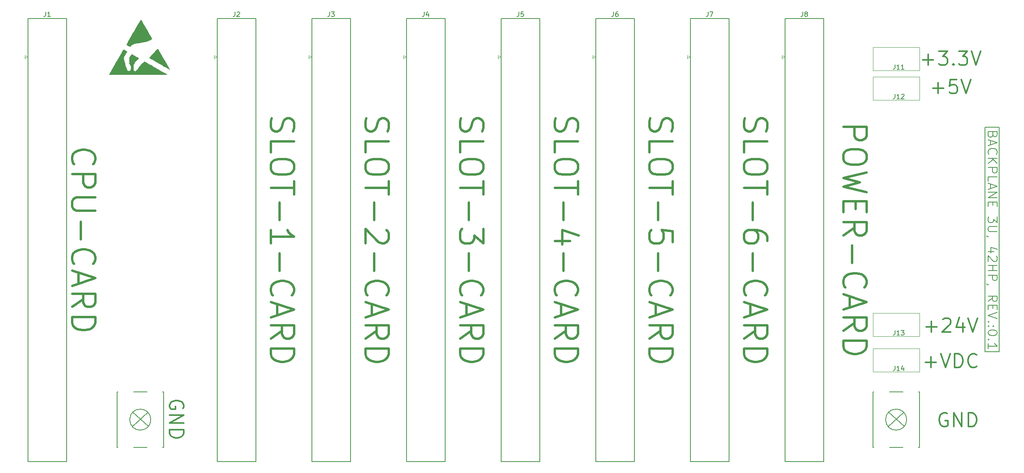
<source format=gbr>
G04 #@! TF.GenerationSoftware,KiCad,Pcbnew,(5.1.5)-3*
G04 #@! TF.CreationDate,2020-05-31T16:01:39+08:00*
G04 #@! TF.ProjectId,HEMAC_Backplane,48454d41-435f-4426-9163-6b706c616e65,rev?*
G04 #@! TF.SameCoordinates,Original*
G04 #@! TF.FileFunction,Legend,Top*
G04 #@! TF.FilePolarity,Positive*
%FSLAX46Y46*%
G04 Gerber Fmt 4.6, Leading zero omitted, Abs format (unit mm)*
G04 Created by KiCad (PCBNEW (5.1.5)-3) date 2020-05-31 16:01:39*
%MOMM*%
%LPD*%
G04 APERTURE LIST*
%ADD10C,0.500000*%
%ADD11C,0.200000*%
%ADD12C,0.300000*%
%ADD13C,0.010000*%
%ADD14C,0.120000*%
%ADD15C,0.150000*%
G04 APERTURE END LIST*
D10*
X113292190Y-73719523D02*
X113054095Y-74433809D01*
X113054095Y-75624285D01*
X113292190Y-76100476D01*
X113530285Y-76338571D01*
X114006476Y-76576666D01*
X114482666Y-76576666D01*
X114958857Y-76338571D01*
X115196952Y-76100476D01*
X115435047Y-75624285D01*
X115673142Y-74671904D01*
X115911238Y-74195714D01*
X116149333Y-73957619D01*
X116625523Y-73719523D01*
X117101714Y-73719523D01*
X117577904Y-73957619D01*
X117816000Y-74195714D01*
X118054095Y-74671904D01*
X118054095Y-75862380D01*
X117816000Y-76576666D01*
X113054095Y-81100476D02*
X113054095Y-78719523D01*
X118054095Y-78719523D01*
X118054095Y-83719523D02*
X118054095Y-84671904D01*
X117816000Y-85148095D01*
X117339809Y-85624285D01*
X116387428Y-85862380D01*
X114720761Y-85862380D01*
X113768380Y-85624285D01*
X113292190Y-85148095D01*
X113054095Y-84671904D01*
X113054095Y-83719523D01*
X113292190Y-83243333D01*
X113768380Y-82767142D01*
X114720761Y-82529047D01*
X116387428Y-82529047D01*
X117339809Y-82767142D01*
X117816000Y-83243333D01*
X118054095Y-83719523D01*
X118054095Y-87290952D02*
X118054095Y-90148095D01*
X113054095Y-88719523D02*
X118054095Y-88719523D01*
X114958857Y-91814761D02*
X114958857Y-95624285D01*
X117577904Y-97767142D02*
X117816000Y-98005238D01*
X118054095Y-98481428D01*
X118054095Y-99671904D01*
X117816000Y-100148095D01*
X117577904Y-100386190D01*
X117101714Y-100624285D01*
X116625523Y-100624285D01*
X115911238Y-100386190D01*
X113054095Y-97529047D01*
X113054095Y-100624285D01*
X114958857Y-102767142D02*
X114958857Y-106576666D01*
X113530285Y-111814761D02*
X113292190Y-111576666D01*
X113054095Y-110862380D01*
X113054095Y-110386190D01*
X113292190Y-109671904D01*
X113768380Y-109195714D01*
X114244571Y-108957619D01*
X115196952Y-108719523D01*
X115911238Y-108719523D01*
X116863619Y-108957619D01*
X117339809Y-109195714D01*
X117816000Y-109671904D01*
X118054095Y-110386190D01*
X118054095Y-110862380D01*
X117816000Y-111576666D01*
X117577904Y-111814761D01*
X114482666Y-113719523D02*
X114482666Y-116100476D01*
X113054095Y-113243333D02*
X118054095Y-114910000D01*
X113054095Y-116576666D01*
X113054095Y-121100476D02*
X115435047Y-119433809D01*
X113054095Y-118243333D02*
X118054095Y-118243333D01*
X118054095Y-120148095D01*
X117816000Y-120624285D01*
X117577904Y-120862380D01*
X117101714Y-121100476D01*
X116387428Y-121100476D01*
X115911238Y-120862380D01*
X115673142Y-120624285D01*
X115435047Y-120148095D01*
X115435047Y-118243333D01*
X113054095Y-123243333D02*
X118054095Y-123243333D01*
X118054095Y-124433809D01*
X117816000Y-125148095D01*
X117339809Y-125624285D01*
X116863619Y-125862380D01*
X115911238Y-126100476D01*
X115196952Y-126100476D01*
X114244571Y-125862380D01*
X113768380Y-125624285D01*
X113292190Y-125148095D01*
X113054095Y-124433809D01*
X113054095Y-123243333D01*
D11*
X246126000Y-123952000D02*
X249174000Y-123952000D01*
X246126000Y-75692000D02*
X246126000Y-123952000D01*
X249174000Y-75692000D02*
X246126000Y-75692000D01*
X249174000Y-123952000D02*
X249174000Y-75692000D01*
D12*
X234902857Y-67270285D02*
X237188571Y-67270285D01*
X236045714Y-68413142D02*
X236045714Y-66127428D01*
X240045714Y-65413142D02*
X238617142Y-65413142D01*
X238474285Y-66841714D01*
X238617142Y-66698857D01*
X238902857Y-66556000D01*
X239617142Y-66556000D01*
X239902857Y-66698857D01*
X240045714Y-66841714D01*
X240188571Y-67127428D01*
X240188571Y-67841714D01*
X240045714Y-68127428D01*
X239902857Y-68270285D01*
X239617142Y-68413142D01*
X238902857Y-68413142D01*
X238617142Y-68270285D01*
X238474285Y-68127428D01*
X241045714Y-65413142D02*
X242045714Y-68413142D01*
X243045714Y-65413142D01*
X232760000Y-61174285D02*
X235045714Y-61174285D01*
X233902857Y-62317142D02*
X233902857Y-60031428D01*
X236188571Y-59317142D02*
X238045714Y-59317142D01*
X237045714Y-60460000D01*
X237474285Y-60460000D01*
X237760000Y-60602857D01*
X237902857Y-60745714D01*
X238045714Y-61031428D01*
X238045714Y-61745714D01*
X237902857Y-62031428D01*
X237760000Y-62174285D01*
X237474285Y-62317142D01*
X236617142Y-62317142D01*
X236331428Y-62174285D01*
X236188571Y-62031428D01*
X239331428Y-62031428D02*
X239474285Y-62174285D01*
X239331428Y-62317142D01*
X239188571Y-62174285D01*
X239331428Y-62031428D01*
X239331428Y-62317142D01*
X240474285Y-59317142D02*
X242331428Y-59317142D01*
X241331428Y-60460000D01*
X241760000Y-60460000D01*
X242045714Y-60602857D01*
X242188571Y-60745714D01*
X242331428Y-61031428D01*
X242331428Y-61745714D01*
X242188571Y-62031428D01*
X242045714Y-62174285D01*
X241760000Y-62317142D01*
X240902857Y-62317142D01*
X240617142Y-62174285D01*
X240474285Y-62031428D01*
X243188571Y-59317142D02*
X244188571Y-62317142D01*
X245188571Y-59317142D01*
X233331428Y-126198285D02*
X235617142Y-126198285D01*
X234474285Y-127341142D02*
X234474285Y-125055428D01*
X236617142Y-124341142D02*
X237617142Y-127341142D01*
X238617142Y-124341142D01*
X239617142Y-127341142D02*
X239617142Y-124341142D01*
X240331428Y-124341142D01*
X240760000Y-124484000D01*
X241045714Y-124769714D01*
X241188571Y-125055428D01*
X241331428Y-125626857D01*
X241331428Y-126055428D01*
X241188571Y-126626857D01*
X241045714Y-126912571D01*
X240760000Y-127198285D01*
X240331428Y-127341142D01*
X239617142Y-127341142D01*
X244331428Y-127055428D02*
X244188571Y-127198285D01*
X243760000Y-127341142D01*
X243474285Y-127341142D01*
X243045714Y-127198285D01*
X242760000Y-126912571D01*
X242617142Y-126626857D01*
X242474285Y-126055428D01*
X242474285Y-125626857D01*
X242617142Y-125055428D01*
X242760000Y-124769714D01*
X243045714Y-124484000D01*
X243474285Y-124341142D01*
X243760000Y-124341142D01*
X244188571Y-124484000D01*
X244331428Y-124626857D01*
X233474285Y-118578285D02*
X235760000Y-118578285D01*
X234617142Y-119721142D02*
X234617142Y-117435428D01*
X237045714Y-117006857D02*
X237188571Y-116864000D01*
X237474285Y-116721142D01*
X238188571Y-116721142D01*
X238474285Y-116864000D01*
X238617142Y-117006857D01*
X238760000Y-117292571D01*
X238760000Y-117578285D01*
X238617142Y-118006857D01*
X236902857Y-119721142D01*
X238760000Y-119721142D01*
X241331428Y-117721142D02*
X241331428Y-119721142D01*
X240617142Y-116578285D02*
X239902857Y-118721142D01*
X241760000Y-118721142D01*
X242474285Y-116721142D02*
X243474285Y-119721142D01*
X244474285Y-116721142D01*
X237998285Y-137184000D02*
X237712571Y-137041142D01*
X237284000Y-137041142D01*
X236855428Y-137184000D01*
X236569714Y-137469714D01*
X236426857Y-137755428D01*
X236284000Y-138326857D01*
X236284000Y-138755428D01*
X236426857Y-139326857D01*
X236569714Y-139612571D01*
X236855428Y-139898285D01*
X237284000Y-140041142D01*
X237569714Y-140041142D01*
X237998285Y-139898285D01*
X238141142Y-139755428D01*
X238141142Y-138755428D01*
X237569714Y-138755428D01*
X239426857Y-140041142D02*
X239426857Y-137041142D01*
X241141142Y-140041142D01*
X241141142Y-137041142D01*
X242569714Y-140041142D02*
X242569714Y-137041142D01*
X243284000Y-137041142D01*
X243712571Y-137184000D01*
X243998285Y-137469714D01*
X244141142Y-137755428D01*
X244284000Y-138326857D01*
X244284000Y-138755428D01*
X244141142Y-139326857D01*
X243998285Y-139612571D01*
X243712571Y-139898285D01*
X243284000Y-140041142D01*
X242569714Y-140041142D01*
X73890000Y-136144285D02*
X74032857Y-135858571D01*
X74032857Y-135430000D01*
X73890000Y-135001428D01*
X73604285Y-134715714D01*
X73318571Y-134572857D01*
X72747142Y-134430000D01*
X72318571Y-134430000D01*
X71747142Y-134572857D01*
X71461428Y-134715714D01*
X71175714Y-135001428D01*
X71032857Y-135430000D01*
X71032857Y-135715714D01*
X71175714Y-136144285D01*
X71318571Y-136287142D01*
X72318571Y-136287142D01*
X72318571Y-135715714D01*
X71032857Y-137572857D02*
X74032857Y-137572857D01*
X71032857Y-139287142D01*
X74032857Y-139287142D01*
X71032857Y-140715714D02*
X74032857Y-140715714D01*
X74032857Y-141430000D01*
X73890000Y-141858571D01*
X73604285Y-142144285D01*
X73318571Y-142287142D01*
X72747142Y-142430000D01*
X72318571Y-142430000D01*
X71747142Y-142287142D01*
X71461428Y-142144285D01*
X71175714Y-141858571D01*
X71032857Y-141430000D01*
X71032857Y-140715714D01*
D11*
X247792857Y-77290952D02*
X247697619Y-77576666D01*
X247602380Y-77671904D01*
X247411904Y-77767142D01*
X247126190Y-77767142D01*
X246935714Y-77671904D01*
X246840476Y-77576666D01*
X246745238Y-77386190D01*
X246745238Y-76624285D01*
X248745238Y-76624285D01*
X248745238Y-77290952D01*
X248650000Y-77481428D01*
X248554761Y-77576666D01*
X248364285Y-77671904D01*
X248173809Y-77671904D01*
X247983333Y-77576666D01*
X247888095Y-77481428D01*
X247792857Y-77290952D01*
X247792857Y-76624285D01*
X247316666Y-78529047D02*
X247316666Y-79481428D01*
X246745238Y-78338571D02*
X248745238Y-79005238D01*
X246745238Y-79671904D01*
X246935714Y-81481428D02*
X246840476Y-81386190D01*
X246745238Y-81100476D01*
X246745238Y-80910000D01*
X246840476Y-80624285D01*
X247030952Y-80433809D01*
X247221428Y-80338571D01*
X247602380Y-80243333D01*
X247888095Y-80243333D01*
X248269047Y-80338571D01*
X248459523Y-80433809D01*
X248650000Y-80624285D01*
X248745238Y-80910000D01*
X248745238Y-81100476D01*
X248650000Y-81386190D01*
X248554761Y-81481428D01*
X246745238Y-82338571D02*
X248745238Y-82338571D01*
X246745238Y-83481428D02*
X247888095Y-82624285D01*
X248745238Y-83481428D02*
X247602380Y-82338571D01*
X246745238Y-84338571D02*
X248745238Y-84338571D01*
X248745238Y-85100476D01*
X248650000Y-85290952D01*
X248554761Y-85386190D01*
X248364285Y-85481428D01*
X248078571Y-85481428D01*
X247888095Y-85386190D01*
X247792857Y-85290952D01*
X247697619Y-85100476D01*
X247697619Y-84338571D01*
X246745238Y-87290952D02*
X246745238Y-86338571D01*
X248745238Y-86338571D01*
X247316666Y-87862380D02*
X247316666Y-88814761D01*
X246745238Y-87671904D02*
X248745238Y-88338571D01*
X246745238Y-89005238D01*
X246745238Y-89671904D02*
X248745238Y-89671904D01*
X246745238Y-90814761D01*
X248745238Y-90814761D01*
X247792857Y-91767142D02*
X247792857Y-92433809D01*
X246745238Y-92719523D02*
X246745238Y-91767142D01*
X248745238Y-91767142D01*
X248745238Y-92719523D01*
X248745238Y-94910000D02*
X248745238Y-96148095D01*
X247983333Y-95481428D01*
X247983333Y-95767142D01*
X247888095Y-95957619D01*
X247792857Y-96052857D01*
X247602380Y-96148095D01*
X247126190Y-96148095D01*
X246935714Y-96052857D01*
X246840476Y-95957619D01*
X246745238Y-95767142D01*
X246745238Y-95195714D01*
X246840476Y-95005238D01*
X246935714Y-94910000D01*
X248745238Y-97005238D02*
X247126190Y-97005238D01*
X246935714Y-97100476D01*
X246840476Y-97195714D01*
X246745238Y-97386190D01*
X246745238Y-97767142D01*
X246840476Y-97957619D01*
X246935714Y-98052857D01*
X247126190Y-98148095D01*
X248745238Y-98148095D01*
X246840476Y-99195714D02*
X246745238Y-99195714D01*
X246554761Y-99100476D01*
X246459523Y-99005238D01*
X248078571Y-102433809D02*
X246745238Y-102433809D01*
X248840476Y-101957619D02*
X247411904Y-101481428D01*
X247411904Y-102719523D01*
X248554761Y-103386190D02*
X248650000Y-103481428D01*
X248745238Y-103671904D01*
X248745238Y-104148095D01*
X248650000Y-104338571D01*
X248554761Y-104433809D01*
X248364285Y-104529047D01*
X248173809Y-104529047D01*
X247888095Y-104433809D01*
X246745238Y-103290952D01*
X246745238Y-104529047D01*
X246745238Y-105386190D02*
X248745238Y-105386190D01*
X247792857Y-105386190D02*
X247792857Y-106529047D01*
X246745238Y-106529047D02*
X248745238Y-106529047D01*
X246745238Y-107481428D02*
X248745238Y-107481428D01*
X248745238Y-108243333D01*
X248650000Y-108433809D01*
X248554761Y-108529047D01*
X248364285Y-108624285D01*
X248078571Y-108624285D01*
X247888095Y-108529047D01*
X247792857Y-108433809D01*
X247697619Y-108243333D01*
X247697619Y-107481428D01*
X246840476Y-109576666D02*
X246745238Y-109576666D01*
X246554761Y-109481428D01*
X246459523Y-109386190D01*
X246745238Y-113100476D02*
X247697619Y-112433809D01*
X246745238Y-111957619D02*
X248745238Y-111957619D01*
X248745238Y-112719523D01*
X248650000Y-112910000D01*
X248554761Y-113005238D01*
X248364285Y-113100476D01*
X248078571Y-113100476D01*
X247888095Y-113005238D01*
X247792857Y-112910000D01*
X247697619Y-112719523D01*
X247697619Y-111957619D01*
X247792857Y-113957619D02*
X247792857Y-114624285D01*
X246745238Y-114910000D02*
X246745238Y-113957619D01*
X248745238Y-113957619D01*
X248745238Y-114910000D01*
X248745238Y-115481428D02*
X246745238Y-116148095D01*
X248745238Y-116814761D01*
X246935714Y-117481428D02*
X246840476Y-117576666D01*
X246745238Y-117481428D01*
X246840476Y-117386190D01*
X246935714Y-117481428D01*
X246745238Y-117481428D01*
X246935714Y-118433809D02*
X246840476Y-118529047D01*
X246745238Y-118433809D01*
X246840476Y-118338571D01*
X246935714Y-118433809D01*
X246745238Y-118433809D01*
X247983333Y-118433809D02*
X247888095Y-118529047D01*
X247792857Y-118433809D01*
X247888095Y-118338571D01*
X247983333Y-118433809D01*
X247792857Y-118433809D01*
X248745238Y-119767142D02*
X248745238Y-119957619D01*
X248650000Y-120148095D01*
X248554761Y-120243333D01*
X248364285Y-120338571D01*
X247983333Y-120433809D01*
X247507142Y-120433809D01*
X247126190Y-120338571D01*
X246935714Y-120243333D01*
X246840476Y-120148095D01*
X246745238Y-119957619D01*
X246745238Y-119767142D01*
X246840476Y-119576666D01*
X246935714Y-119481428D01*
X247126190Y-119386190D01*
X247507142Y-119290952D01*
X247983333Y-119290952D01*
X248364285Y-119386190D01*
X248554761Y-119481428D01*
X248650000Y-119576666D01*
X248745238Y-119767142D01*
X246935714Y-121290952D02*
X246840476Y-121386190D01*
X246745238Y-121290952D01*
X246840476Y-121195714D01*
X246935714Y-121290952D01*
X246745238Y-121290952D01*
X246745238Y-123290952D02*
X246745238Y-122148095D01*
X246745238Y-122719523D02*
X248745238Y-122719523D01*
X248459523Y-122529047D01*
X248269047Y-122338571D01*
X248173809Y-122148095D01*
D10*
X194572190Y-73719523D02*
X194334095Y-74433809D01*
X194334095Y-75624285D01*
X194572190Y-76100476D01*
X194810285Y-76338571D01*
X195286476Y-76576666D01*
X195762666Y-76576666D01*
X196238857Y-76338571D01*
X196476952Y-76100476D01*
X196715047Y-75624285D01*
X196953142Y-74671904D01*
X197191238Y-74195714D01*
X197429333Y-73957619D01*
X197905523Y-73719523D01*
X198381714Y-73719523D01*
X198857904Y-73957619D01*
X199096000Y-74195714D01*
X199334095Y-74671904D01*
X199334095Y-75862380D01*
X199096000Y-76576666D01*
X194334095Y-81100476D02*
X194334095Y-78719523D01*
X199334095Y-78719523D01*
X199334095Y-83719523D02*
X199334095Y-84671904D01*
X199096000Y-85148095D01*
X198619809Y-85624285D01*
X197667428Y-85862380D01*
X196000761Y-85862380D01*
X195048380Y-85624285D01*
X194572190Y-85148095D01*
X194334095Y-84671904D01*
X194334095Y-83719523D01*
X194572190Y-83243333D01*
X195048380Y-82767142D01*
X196000761Y-82529047D01*
X197667428Y-82529047D01*
X198619809Y-82767142D01*
X199096000Y-83243333D01*
X199334095Y-83719523D01*
X199334095Y-87290952D02*
X199334095Y-90148095D01*
X194334095Y-88719523D02*
X199334095Y-88719523D01*
X196238857Y-91814761D02*
X196238857Y-95624285D01*
X199334095Y-100148095D02*
X199334095Y-99195714D01*
X199096000Y-98719523D01*
X198857904Y-98481428D01*
X198143619Y-98005238D01*
X197191238Y-97767142D01*
X195286476Y-97767142D01*
X194810285Y-98005238D01*
X194572190Y-98243333D01*
X194334095Y-98719523D01*
X194334095Y-99671904D01*
X194572190Y-100148095D01*
X194810285Y-100386190D01*
X195286476Y-100624285D01*
X196476952Y-100624285D01*
X196953142Y-100386190D01*
X197191238Y-100148095D01*
X197429333Y-99671904D01*
X197429333Y-98719523D01*
X197191238Y-98243333D01*
X196953142Y-98005238D01*
X196476952Y-97767142D01*
X196238857Y-102767142D02*
X196238857Y-106576666D01*
X194810285Y-111814761D02*
X194572190Y-111576666D01*
X194334095Y-110862380D01*
X194334095Y-110386190D01*
X194572190Y-109671904D01*
X195048380Y-109195714D01*
X195524571Y-108957619D01*
X196476952Y-108719523D01*
X197191238Y-108719523D01*
X198143619Y-108957619D01*
X198619809Y-109195714D01*
X199096000Y-109671904D01*
X199334095Y-110386190D01*
X199334095Y-110862380D01*
X199096000Y-111576666D01*
X198857904Y-111814761D01*
X195762666Y-113719523D02*
X195762666Y-116100476D01*
X194334095Y-113243333D02*
X199334095Y-114910000D01*
X194334095Y-116576666D01*
X194334095Y-121100476D02*
X196715047Y-119433809D01*
X194334095Y-118243333D02*
X199334095Y-118243333D01*
X199334095Y-120148095D01*
X199096000Y-120624285D01*
X198857904Y-120862380D01*
X198381714Y-121100476D01*
X197667428Y-121100476D01*
X197191238Y-120862380D01*
X196953142Y-120624285D01*
X196715047Y-120148095D01*
X196715047Y-118243333D01*
X194334095Y-123243333D02*
X199334095Y-123243333D01*
X199334095Y-124433809D01*
X199096000Y-125148095D01*
X198619809Y-125624285D01*
X198143619Y-125862380D01*
X197191238Y-126100476D01*
X196476952Y-126100476D01*
X195524571Y-125862380D01*
X195048380Y-125624285D01*
X194572190Y-125148095D01*
X194334095Y-124433809D01*
X194334095Y-123243333D01*
X174252190Y-73719523D02*
X174014095Y-74433809D01*
X174014095Y-75624285D01*
X174252190Y-76100476D01*
X174490285Y-76338571D01*
X174966476Y-76576666D01*
X175442666Y-76576666D01*
X175918857Y-76338571D01*
X176156952Y-76100476D01*
X176395047Y-75624285D01*
X176633142Y-74671904D01*
X176871238Y-74195714D01*
X177109333Y-73957619D01*
X177585523Y-73719523D01*
X178061714Y-73719523D01*
X178537904Y-73957619D01*
X178776000Y-74195714D01*
X179014095Y-74671904D01*
X179014095Y-75862380D01*
X178776000Y-76576666D01*
X174014095Y-81100476D02*
X174014095Y-78719523D01*
X179014095Y-78719523D01*
X179014095Y-83719523D02*
X179014095Y-84671904D01*
X178776000Y-85148095D01*
X178299809Y-85624285D01*
X177347428Y-85862380D01*
X175680761Y-85862380D01*
X174728380Y-85624285D01*
X174252190Y-85148095D01*
X174014095Y-84671904D01*
X174014095Y-83719523D01*
X174252190Y-83243333D01*
X174728380Y-82767142D01*
X175680761Y-82529047D01*
X177347428Y-82529047D01*
X178299809Y-82767142D01*
X178776000Y-83243333D01*
X179014095Y-83719523D01*
X179014095Y-87290952D02*
X179014095Y-90148095D01*
X174014095Y-88719523D02*
X179014095Y-88719523D01*
X175918857Y-91814761D02*
X175918857Y-95624285D01*
X179014095Y-100386190D02*
X179014095Y-98005238D01*
X176633142Y-97767142D01*
X176871238Y-98005238D01*
X177109333Y-98481428D01*
X177109333Y-99671904D01*
X176871238Y-100148095D01*
X176633142Y-100386190D01*
X176156952Y-100624285D01*
X174966476Y-100624285D01*
X174490285Y-100386190D01*
X174252190Y-100148095D01*
X174014095Y-99671904D01*
X174014095Y-98481428D01*
X174252190Y-98005238D01*
X174490285Y-97767142D01*
X175918857Y-102767142D02*
X175918857Y-106576666D01*
X174490285Y-111814761D02*
X174252190Y-111576666D01*
X174014095Y-110862380D01*
X174014095Y-110386190D01*
X174252190Y-109671904D01*
X174728380Y-109195714D01*
X175204571Y-108957619D01*
X176156952Y-108719523D01*
X176871238Y-108719523D01*
X177823619Y-108957619D01*
X178299809Y-109195714D01*
X178776000Y-109671904D01*
X179014095Y-110386190D01*
X179014095Y-110862380D01*
X178776000Y-111576666D01*
X178537904Y-111814761D01*
X175442666Y-113719523D02*
X175442666Y-116100476D01*
X174014095Y-113243333D02*
X179014095Y-114910000D01*
X174014095Y-116576666D01*
X174014095Y-121100476D02*
X176395047Y-119433809D01*
X174014095Y-118243333D02*
X179014095Y-118243333D01*
X179014095Y-120148095D01*
X178776000Y-120624285D01*
X178537904Y-120862380D01*
X178061714Y-121100476D01*
X177347428Y-121100476D01*
X176871238Y-120862380D01*
X176633142Y-120624285D01*
X176395047Y-120148095D01*
X176395047Y-118243333D01*
X174014095Y-123243333D02*
X179014095Y-123243333D01*
X179014095Y-124433809D01*
X178776000Y-125148095D01*
X178299809Y-125624285D01*
X177823619Y-125862380D01*
X176871238Y-126100476D01*
X176156952Y-126100476D01*
X175204571Y-125862380D01*
X174728380Y-125624285D01*
X174252190Y-125148095D01*
X174014095Y-124433809D01*
X174014095Y-123243333D01*
X153932190Y-73719523D02*
X153694095Y-74433809D01*
X153694095Y-75624285D01*
X153932190Y-76100476D01*
X154170285Y-76338571D01*
X154646476Y-76576666D01*
X155122666Y-76576666D01*
X155598857Y-76338571D01*
X155836952Y-76100476D01*
X156075047Y-75624285D01*
X156313142Y-74671904D01*
X156551238Y-74195714D01*
X156789333Y-73957619D01*
X157265523Y-73719523D01*
X157741714Y-73719523D01*
X158217904Y-73957619D01*
X158456000Y-74195714D01*
X158694095Y-74671904D01*
X158694095Y-75862380D01*
X158456000Y-76576666D01*
X153694095Y-81100476D02*
X153694095Y-78719523D01*
X158694095Y-78719523D01*
X158694095Y-83719523D02*
X158694095Y-84671904D01*
X158456000Y-85148095D01*
X157979809Y-85624285D01*
X157027428Y-85862380D01*
X155360761Y-85862380D01*
X154408380Y-85624285D01*
X153932190Y-85148095D01*
X153694095Y-84671904D01*
X153694095Y-83719523D01*
X153932190Y-83243333D01*
X154408380Y-82767142D01*
X155360761Y-82529047D01*
X157027428Y-82529047D01*
X157979809Y-82767142D01*
X158456000Y-83243333D01*
X158694095Y-83719523D01*
X158694095Y-87290952D02*
X158694095Y-90148095D01*
X153694095Y-88719523D02*
X158694095Y-88719523D01*
X155598857Y-91814761D02*
X155598857Y-95624285D01*
X157027428Y-100148095D02*
X153694095Y-100148095D01*
X158932190Y-98957619D02*
X155360761Y-97767142D01*
X155360761Y-100862380D01*
X155598857Y-102767142D02*
X155598857Y-106576666D01*
X154170285Y-111814761D02*
X153932190Y-111576666D01*
X153694095Y-110862380D01*
X153694095Y-110386190D01*
X153932190Y-109671904D01*
X154408380Y-109195714D01*
X154884571Y-108957619D01*
X155836952Y-108719523D01*
X156551238Y-108719523D01*
X157503619Y-108957619D01*
X157979809Y-109195714D01*
X158456000Y-109671904D01*
X158694095Y-110386190D01*
X158694095Y-110862380D01*
X158456000Y-111576666D01*
X158217904Y-111814761D01*
X155122666Y-113719523D02*
X155122666Y-116100476D01*
X153694095Y-113243333D02*
X158694095Y-114910000D01*
X153694095Y-116576666D01*
X153694095Y-121100476D02*
X156075047Y-119433809D01*
X153694095Y-118243333D02*
X158694095Y-118243333D01*
X158694095Y-120148095D01*
X158456000Y-120624285D01*
X158217904Y-120862380D01*
X157741714Y-121100476D01*
X157027428Y-121100476D01*
X156551238Y-120862380D01*
X156313142Y-120624285D01*
X156075047Y-120148095D01*
X156075047Y-118243333D01*
X153694095Y-123243333D02*
X158694095Y-123243333D01*
X158694095Y-124433809D01*
X158456000Y-125148095D01*
X157979809Y-125624285D01*
X157503619Y-125862380D01*
X156551238Y-126100476D01*
X155836952Y-126100476D01*
X154884571Y-125862380D01*
X154408380Y-125624285D01*
X153932190Y-125148095D01*
X153694095Y-124433809D01*
X153694095Y-123243333D01*
X133612190Y-73719523D02*
X133374095Y-74433809D01*
X133374095Y-75624285D01*
X133612190Y-76100476D01*
X133850285Y-76338571D01*
X134326476Y-76576666D01*
X134802666Y-76576666D01*
X135278857Y-76338571D01*
X135516952Y-76100476D01*
X135755047Y-75624285D01*
X135993142Y-74671904D01*
X136231238Y-74195714D01*
X136469333Y-73957619D01*
X136945523Y-73719523D01*
X137421714Y-73719523D01*
X137897904Y-73957619D01*
X138136000Y-74195714D01*
X138374095Y-74671904D01*
X138374095Y-75862380D01*
X138136000Y-76576666D01*
X133374095Y-81100476D02*
X133374095Y-78719523D01*
X138374095Y-78719523D01*
X138374095Y-83719523D02*
X138374095Y-84671904D01*
X138136000Y-85148095D01*
X137659809Y-85624285D01*
X136707428Y-85862380D01*
X135040761Y-85862380D01*
X134088380Y-85624285D01*
X133612190Y-85148095D01*
X133374095Y-84671904D01*
X133374095Y-83719523D01*
X133612190Y-83243333D01*
X134088380Y-82767142D01*
X135040761Y-82529047D01*
X136707428Y-82529047D01*
X137659809Y-82767142D01*
X138136000Y-83243333D01*
X138374095Y-83719523D01*
X138374095Y-87290952D02*
X138374095Y-90148095D01*
X133374095Y-88719523D02*
X138374095Y-88719523D01*
X135278857Y-91814761D02*
X135278857Y-95624285D01*
X138374095Y-97529047D02*
X138374095Y-100624285D01*
X136469333Y-98957619D01*
X136469333Y-99671904D01*
X136231238Y-100148095D01*
X135993142Y-100386190D01*
X135516952Y-100624285D01*
X134326476Y-100624285D01*
X133850285Y-100386190D01*
X133612190Y-100148095D01*
X133374095Y-99671904D01*
X133374095Y-98243333D01*
X133612190Y-97767142D01*
X133850285Y-97529047D01*
X135278857Y-102767142D02*
X135278857Y-106576666D01*
X133850285Y-111814761D02*
X133612190Y-111576666D01*
X133374095Y-110862380D01*
X133374095Y-110386190D01*
X133612190Y-109671904D01*
X134088380Y-109195714D01*
X134564571Y-108957619D01*
X135516952Y-108719523D01*
X136231238Y-108719523D01*
X137183619Y-108957619D01*
X137659809Y-109195714D01*
X138136000Y-109671904D01*
X138374095Y-110386190D01*
X138374095Y-110862380D01*
X138136000Y-111576666D01*
X137897904Y-111814761D01*
X134802666Y-113719523D02*
X134802666Y-116100476D01*
X133374095Y-113243333D02*
X138374095Y-114910000D01*
X133374095Y-116576666D01*
X133374095Y-121100476D02*
X135755047Y-119433809D01*
X133374095Y-118243333D02*
X138374095Y-118243333D01*
X138374095Y-120148095D01*
X138136000Y-120624285D01*
X137897904Y-120862380D01*
X137421714Y-121100476D01*
X136707428Y-121100476D01*
X136231238Y-120862380D01*
X135993142Y-120624285D01*
X135755047Y-120148095D01*
X135755047Y-118243333D01*
X133374095Y-123243333D02*
X138374095Y-123243333D01*
X138374095Y-124433809D01*
X138136000Y-125148095D01*
X137659809Y-125624285D01*
X137183619Y-125862380D01*
X136231238Y-126100476D01*
X135516952Y-126100476D01*
X134564571Y-125862380D01*
X134088380Y-125624285D01*
X133612190Y-125148095D01*
X133374095Y-124433809D01*
X133374095Y-123243333D01*
X92972190Y-73719523D02*
X92734095Y-74433809D01*
X92734095Y-75624285D01*
X92972190Y-76100476D01*
X93210285Y-76338571D01*
X93686476Y-76576666D01*
X94162666Y-76576666D01*
X94638857Y-76338571D01*
X94876952Y-76100476D01*
X95115047Y-75624285D01*
X95353142Y-74671904D01*
X95591238Y-74195714D01*
X95829333Y-73957619D01*
X96305523Y-73719523D01*
X96781714Y-73719523D01*
X97257904Y-73957619D01*
X97496000Y-74195714D01*
X97734095Y-74671904D01*
X97734095Y-75862380D01*
X97496000Y-76576666D01*
X92734095Y-81100476D02*
X92734095Y-78719523D01*
X97734095Y-78719523D01*
X97734095Y-83719523D02*
X97734095Y-84671904D01*
X97496000Y-85148095D01*
X97019809Y-85624285D01*
X96067428Y-85862380D01*
X94400761Y-85862380D01*
X93448380Y-85624285D01*
X92972190Y-85148095D01*
X92734095Y-84671904D01*
X92734095Y-83719523D01*
X92972190Y-83243333D01*
X93448380Y-82767142D01*
X94400761Y-82529047D01*
X96067428Y-82529047D01*
X97019809Y-82767142D01*
X97496000Y-83243333D01*
X97734095Y-83719523D01*
X97734095Y-87290952D02*
X97734095Y-90148095D01*
X92734095Y-88719523D02*
X97734095Y-88719523D01*
X94638857Y-91814761D02*
X94638857Y-95624285D01*
X92734095Y-100624285D02*
X92734095Y-97767142D01*
X92734095Y-99195714D02*
X97734095Y-99195714D01*
X97019809Y-98719523D01*
X96543619Y-98243333D01*
X96305523Y-97767142D01*
X94638857Y-102767142D02*
X94638857Y-106576666D01*
X93210285Y-111814761D02*
X92972190Y-111576666D01*
X92734095Y-110862380D01*
X92734095Y-110386190D01*
X92972190Y-109671904D01*
X93448380Y-109195714D01*
X93924571Y-108957619D01*
X94876952Y-108719523D01*
X95591238Y-108719523D01*
X96543619Y-108957619D01*
X97019809Y-109195714D01*
X97496000Y-109671904D01*
X97734095Y-110386190D01*
X97734095Y-110862380D01*
X97496000Y-111576666D01*
X97257904Y-111814761D01*
X94162666Y-113719523D02*
X94162666Y-116100476D01*
X92734095Y-113243333D02*
X97734095Y-114910000D01*
X92734095Y-116576666D01*
X92734095Y-121100476D02*
X95115047Y-119433809D01*
X92734095Y-118243333D02*
X97734095Y-118243333D01*
X97734095Y-120148095D01*
X97496000Y-120624285D01*
X97257904Y-120862380D01*
X96781714Y-121100476D01*
X96067428Y-121100476D01*
X95591238Y-120862380D01*
X95353142Y-120624285D01*
X95115047Y-120148095D01*
X95115047Y-118243333D01*
X92734095Y-123243333D02*
X97734095Y-123243333D01*
X97734095Y-124433809D01*
X97496000Y-125148095D01*
X97019809Y-125624285D01*
X96543619Y-125862380D01*
X95591238Y-126100476D01*
X94876952Y-126100476D01*
X93924571Y-125862380D01*
X93448380Y-125624285D01*
X92972190Y-125148095D01*
X92734095Y-124433809D01*
X92734095Y-123243333D01*
X215670095Y-75624285D02*
X220670095Y-75624285D01*
X220670095Y-77529047D01*
X220432000Y-78005238D01*
X220193904Y-78243333D01*
X219717714Y-78481428D01*
X219003428Y-78481428D01*
X218527238Y-78243333D01*
X218289142Y-78005238D01*
X218051047Y-77529047D01*
X218051047Y-75624285D01*
X220670095Y-81576666D02*
X220670095Y-82529047D01*
X220432000Y-83005238D01*
X219955809Y-83481428D01*
X219003428Y-83719523D01*
X217336761Y-83719523D01*
X216384380Y-83481428D01*
X215908190Y-83005238D01*
X215670095Y-82529047D01*
X215670095Y-81576666D01*
X215908190Y-81100476D01*
X216384380Y-80624285D01*
X217336761Y-80386190D01*
X219003428Y-80386190D01*
X219955809Y-80624285D01*
X220432000Y-81100476D01*
X220670095Y-81576666D01*
X220670095Y-85386190D02*
X215670095Y-86576666D01*
X219241523Y-87529047D01*
X215670095Y-88481428D01*
X220670095Y-89671904D01*
X218289142Y-91576666D02*
X218289142Y-93243333D01*
X215670095Y-93957619D02*
X215670095Y-91576666D01*
X220670095Y-91576666D01*
X220670095Y-93957619D01*
X215670095Y-98957619D02*
X218051047Y-97290952D01*
X215670095Y-96100476D02*
X220670095Y-96100476D01*
X220670095Y-98005238D01*
X220432000Y-98481428D01*
X220193904Y-98719523D01*
X219717714Y-98957619D01*
X219003428Y-98957619D01*
X218527238Y-98719523D01*
X218289142Y-98481428D01*
X218051047Y-98005238D01*
X218051047Y-96100476D01*
X217574857Y-101100476D02*
X217574857Y-104910000D01*
X216146285Y-110148095D02*
X215908190Y-109910000D01*
X215670095Y-109195714D01*
X215670095Y-108719523D01*
X215908190Y-108005238D01*
X216384380Y-107529047D01*
X216860571Y-107290952D01*
X217812952Y-107052857D01*
X218527238Y-107052857D01*
X219479619Y-107290952D01*
X219955809Y-107529047D01*
X220432000Y-108005238D01*
X220670095Y-108719523D01*
X220670095Y-109195714D01*
X220432000Y-109910000D01*
X220193904Y-110148095D01*
X217098666Y-112052857D02*
X217098666Y-114433809D01*
X215670095Y-111576666D02*
X220670095Y-113243333D01*
X215670095Y-114910000D01*
X215670095Y-119433809D02*
X218051047Y-117767142D01*
X215670095Y-116576666D02*
X220670095Y-116576666D01*
X220670095Y-118481428D01*
X220432000Y-118957619D01*
X220193904Y-119195714D01*
X219717714Y-119433809D01*
X219003428Y-119433809D01*
X218527238Y-119195714D01*
X218289142Y-118957619D01*
X218051047Y-118481428D01*
X218051047Y-116576666D01*
X215670095Y-121576666D02*
X220670095Y-121576666D01*
X220670095Y-122767142D01*
X220432000Y-123481428D01*
X219955809Y-123957619D01*
X219479619Y-124195714D01*
X218527238Y-124433809D01*
X217812952Y-124433809D01*
X216860571Y-124195714D01*
X216384380Y-123957619D01*
X215908190Y-123481428D01*
X215670095Y-122767142D01*
X215670095Y-121576666D01*
X50538285Y-83600476D02*
X50300190Y-83362380D01*
X50062095Y-82648095D01*
X50062095Y-82171904D01*
X50300190Y-81457619D01*
X50776380Y-80981428D01*
X51252571Y-80743333D01*
X52204952Y-80505238D01*
X52919238Y-80505238D01*
X53871619Y-80743333D01*
X54347809Y-80981428D01*
X54824000Y-81457619D01*
X55062095Y-82171904D01*
X55062095Y-82648095D01*
X54824000Y-83362380D01*
X54585904Y-83600476D01*
X50062095Y-85743333D02*
X55062095Y-85743333D01*
X55062095Y-87648095D01*
X54824000Y-88124285D01*
X54585904Y-88362380D01*
X54109714Y-88600476D01*
X53395428Y-88600476D01*
X52919238Y-88362380D01*
X52681142Y-88124285D01*
X52443047Y-87648095D01*
X52443047Y-85743333D01*
X55062095Y-90743333D02*
X51014476Y-90743333D01*
X50538285Y-90981428D01*
X50300190Y-91219523D01*
X50062095Y-91695714D01*
X50062095Y-92648095D01*
X50300190Y-93124285D01*
X50538285Y-93362380D01*
X51014476Y-93600476D01*
X55062095Y-93600476D01*
X51966857Y-95981428D02*
X51966857Y-99790952D01*
X50538285Y-105029047D02*
X50300190Y-104790952D01*
X50062095Y-104076666D01*
X50062095Y-103600476D01*
X50300190Y-102886190D01*
X50776380Y-102410000D01*
X51252571Y-102171904D01*
X52204952Y-101933809D01*
X52919238Y-101933809D01*
X53871619Y-102171904D01*
X54347809Y-102410000D01*
X54824000Y-102886190D01*
X55062095Y-103600476D01*
X55062095Y-104076666D01*
X54824000Y-104790952D01*
X54585904Y-105029047D01*
X51490666Y-106933809D02*
X51490666Y-109314761D01*
X50062095Y-106457619D02*
X55062095Y-108124285D01*
X50062095Y-109790952D01*
X50062095Y-114314761D02*
X52443047Y-112648095D01*
X50062095Y-111457619D02*
X55062095Y-111457619D01*
X55062095Y-113362380D01*
X54824000Y-113838571D01*
X54585904Y-114076666D01*
X54109714Y-114314761D01*
X53395428Y-114314761D01*
X52919238Y-114076666D01*
X52681142Y-113838571D01*
X52443047Y-113362380D01*
X52443047Y-111457619D01*
X50062095Y-116457619D02*
X55062095Y-116457619D01*
X55062095Y-117648095D01*
X54824000Y-118362380D01*
X54347809Y-118838571D01*
X53871619Y-119076666D01*
X52919238Y-119314761D01*
X52204952Y-119314761D01*
X51252571Y-119076666D01*
X50776380Y-118838571D01*
X50300190Y-118362380D01*
X50062095Y-117648095D01*
X50062095Y-116457619D01*
D13*
G36*
X64844085Y-52591671D02*
G01*
X64890129Y-52666491D01*
X64961067Y-52785028D01*
X65053991Y-52942237D01*
X65165992Y-53133076D01*
X65294162Y-53352501D01*
X65435592Y-53595469D01*
X65587373Y-53856937D01*
X65746597Y-54131860D01*
X65910356Y-54415197D01*
X66075740Y-54701902D01*
X66239842Y-54986934D01*
X66399752Y-55265248D01*
X66552562Y-55531802D01*
X66695363Y-55781552D01*
X66825247Y-56009455D01*
X66939305Y-56210466D01*
X67034629Y-56379544D01*
X67108310Y-56511645D01*
X67157439Y-56601724D01*
X67179108Y-56644740D01*
X67179902Y-56647429D01*
X67153002Y-56683930D01*
X67078227Y-56739764D01*
X66964470Y-56809450D01*
X66820623Y-56887509D01*
X66670029Y-56961687D01*
X66465119Y-57051635D01*
X66249633Y-57132453D01*
X66016146Y-57205938D01*
X65757236Y-57273884D01*
X65465479Y-57338088D01*
X65133451Y-57400346D01*
X64753731Y-57462454D01*
X64360937Y-57520290D01*
X64019668Y-57571600D01*
X63733090Y-57622397D01*
X63494015Y-57675204D01*
X63295259Y-57732546D01*
X63129635Y-57796947D01*
X62989956Y-57870931D01*
X62869036Y-57957024D01*
X62759689Y-58057750D01*
X62724428Y-58095167D01*
X62648000Y-58182279D01*
X62591463Y-58253364D01*
X62565235Y-58295167D01*
X62564536Y-58298594D01*
X62555360Y-58319612D01*
X62523515Y-58319849D01*
X62462531Y-58296509D01*
X62365935Y-58246793D01*
X62227254Y-58167905D01*
X62130878Y-58111175D01*
X61987166Y-58022494D01*
X61875483Y-57946559D01*
X61803334Y-57888832D01*
X61778226Y-57854776D01*
X61778241Y-57854529D01*
X61793811Y-57822075D01*
X61837783Y-57740800D01*
X61907605Y-57615134D01*
X62000725Y-57449505D01*
X62114589Y-57248344D01*
X62246646Y-57016080D01*
X62394343Y-56757143D01*
X62555128Y-56475961D01*
X62726448Y-56176965D01*
X62905751Y-55864584D01*
X63090485Y-55543248D01*
X63278098Y-55217386D01*
X63466036Y-54891427D01*
X63651747Y-54569801D01*
X63832680Y-54256937D01*
X64006281Y-53957266D01*
X64169999Y-53675216D01*
X64321281Y-53415218D01*
X64457574Y-53181699D01*
X64576326Y-52979091D01*
X64674985Y-52811823D01*
X64750999Y-52684324D01*
X64801814Y-52601023D01*
X64824879Y-52566350D01*
X64825845Y-52565610D01*
X64844085Y-52591671D01*
G37*
X64844085Y-52591671D02*
X64890129Y-52666491D01*
X64961067Y-52785028D01*
X65053991Y-52942237D01*
X65165992Y-53133076D01*
X65294162Y-53352501D01*
X65435592Y-53595469D01*
X65587373Y-53856937D01*
X65746597Y-54131860D01*
X65910356Y-54415197D01*
X66075740Y-54701902D01*
X66239842Y-54986934D01*
X66399752Y-55265248D01*
X66552562Y-55531802D01*
X66695363Y-55781552D01*
X66825247Y-56009455D01*
X66939305Y-56210466D01*
X67034629Y-56379544D01*
X67108310Y-56511645D01*
X67157439Y-56601724D01*
X67179108Y-56644740D01*
X67179902Y-56647429D01*
X67153002Y-56683930D01*
X67078227Y-56739764D01*
X66964470Y-56809450D01*
X66820623Y-56887509D01*
X66670029Y-56961687D01*
X66465119Y-57051635D01*
X66249633Y-57132453D01*
X66016146Y-57205938D01*
X65757236Y-57273884D01*
X65465479Y-57338088D01*
X65133451Y-57400346D01*
X64753731Y-57462454D01*
X64360937Y-57520290D01*
X64019668Y-57571600D01*
X63733090Y-57622397D01*
X63494015Y-57675204D01*
X63295259Y-57732546D01*
X63129635Y-57796947D01*
X62989956Y-57870931D01*
X62869036Y-57957024D01*
X62759689Y-58057750D01*
X62724428Y-58095167D01*
X62648000Y-58182279D01*
X62591463Y-58253364D01*
X62565235Y-58295167D01*
X62564536Y-58298594D01*
X62555360Y-58319612D01*
X62523515Y-58319849D01*
X62462531Y-58296509D01*
X62365935Y-58246793D01*
X62227254Y-58167905D01*
X62130878Y-58111175D01*
X61987166Y-58022494D01*
X61875483Y-57946559D01*
X61803334Y-57888832D01*
X61778226Y-57854776D01*
X61778241Y-57854529D01*
X61793811Y-57822075D01*
X61837783Y-57740800D01*
X61907605Y-57615134D01*
X62000725Y-57449505D01*
X62114589Y-57248344D01*
X62246646Y-57016080D01*
X62394343Y-56757143D01*
X62555128Y-56475961D01*
X62726448Y-56176965D01*
X62905751Y-55864584D01*
X63090485Y-55543248D01*
X63278098Y-55217386D01*
X63466036Y-54891427D01*
X63651747Y-54569801D01*
X63832680Y-54256937D01*
X64006281Y-53957266D01*
X64169999Y-53675216D01*
X64321281Y-53415218D01*
X64457574Y-53181699D01*
X64576326Y-52979091D01*
X64674985Y-52811823D01*
X64750999Y-52684324D01*
X64801814Y-52601023D01*
X64824879Y-52566350D01*
X64825845Y-52565610D01*
X64844085Y-52591671D01*
G36*
X68491056Y-58889238D02*
G01*
X68513816Y-58927386D01*
X68564975Y-59014843D01*
X68642004Y-59147238D01*
X68742372Y-59320204D01*
X68863549Y-59529370D01*
X69003006Y-59770367D01*
X69158213Y-60038824D01*
X69326640Y-60330374D01*
X69505757Y-60640646D01*
X69689995Y-60960000D01*
X69878152Y-61286235D01*
X70058803Y-61599418D01*
X70229330Y-61895012D01*
X70387114Y-62168480D01*
X70529538Y-62415284D01*
X70653981Y-62630889D01*
X70757826Y-62810755D01*
X70838455Y-62950347D01*
X70893248Y-63045128D01*
X70919013Y-63089573D01*
X70961014Y-63164661D01*
X70983850Y-63211663D01*
X70985102Y-63219841D01*
X70957272Y-63204484D01*
X70879881Y-63160407D01*
X70756973Y-63089942D01*
X70592595Y-62995422D01*
X70390792Y-62879178D01*
X70155609Y-62743542D01*
X69891091Y-62590848D01*
X69601284Y-62423428D01*
X69290233Y-62243613D01*
X68961984Y-62053735D01*
X68837097Y-61981464D01*
X68502974Y-61788167D01*
X68184147Y-61603877D01*
X67884709Y-61430950D01*
X67608752Y-61271743D01*
X67360370Y-61128610D01*
X67143653Y-61003910D01*
X66962696Y-60899996D01*
X66821591Y-60819227D01*
X66724430Y-60763957D01*
X66675307Y-60736544D01*
X66670170Y-60733948D01*
X66685138Y-60710441D01*
X66737227Y-60647591D01*
X66821117Y-60551188D01*
X66931492Y-60427020D01*
X67063034Y-60280879D01*
X67210424Y-60118553D01*
X67368345Y-59945832D01*
X67531479Y-59768506D01*
X67694508Y-59592365D01*
X67852114Y-59423198D01*
X67998979Y-59266795D01*
X68129786Y-59128945D01*
X68239216Y-59015439D01*
X68321953Y-58932065D01*
X68350328Y-58904726D01*
X68444359Y-58816403D01*
X68491056Y-58889238D01*
G37*
X68491056Y-58889238D02*
X68513816Y-58927386D01*
X68564975Y-59014843D01*
X68642004Y-59147238D01*
X68742372Y-59320204D01*
X68863549Y-59529370D01*
X69003006Y-59770367D01*
X69158213Y-60038824D01*
X69326640Y-60330374D01*
X69505757Y-60640646D01*
X69689995Y-60960000D01*
X69878152Y-61286235D01*
X70058803Y-61599418D01*
X70229330Y-61895012D01*
X70387114Y-62168480D01*
X70529538Y-62415284D01*
X70653981Y-62630889D01*
X70757826Y-62810755D01*
X70838455Y-62950347D01*
X70893248Y-63045128D01*
X70919013Y-63089573D01*
X70961014Y-63164661D01*
X70983850Y-63211663D01*
X70985102Y-63219841D01*
X70957272Y-63204484D01*
X70879881Y-63160407D01*
X70756973Y-63089942D01*
X70592595Y-62995422D01*
X70390792Y-62879178D01*
X70155609Y-62743542D01*
X69891091Y-62590848D01*
X69601284Y-62423428D01*
X69290233Y-62243613D01*
X68961984Y-62053735D01*
X68837097Y-61981464D01*
X68502974Y-61788167D01*
X68184147Y-61603877D01*
X67884709Y-61430950D01*
X67608752Y-61271743D01*
X67360370Y-61128610D01*
X67143653Y-61003910D01*
X66962696Y-60899996D01*
X66821591Y-60819227D01*
X66724430Y-60763957D01*
X66675307Y-60736544D01*
X66670170Y-60733948D01*
X66685138Y-60710441D01*
X66737227Y-60647591D01*
X66821117Y-60551188D01*
X66931492Y-60427020D01*
X67063034Y-60280879D01*
X67210424Y-60118553D01*
X67368345Y-59945832D01*
X67531479Y-59768506D01*
X67694508Y-59592365D01*
X67852114Y-59423198D01*
X67998979Y-59266795D01*
X68129786Y-59128945D01*
X68239216Y-59015439D01*
X68321953Y-58932065D01*
X68350328Y-58904726D01*
X68444359Y-58816403D01*
X68491056Y-58889238D01*
G36*
X61160187Y-59002317D02*
G01*
X61225237Y-59027473D01*
X61324385Y-59077425D01*
X61466747Y-59155752D01*
X61477832Y-59161977D01*
X61608947Y-59236952D01*
X61719596Y-59302638D01*
X61798910Y-59352410D01*
X61836023Y-59379641D01*
X61837061Y-59380974D01*
X61828096Y-59418780D01*
X61786971Y-59503210D01*
X61716366Y-59629665D01*
X61618960Y-59793544D01*
X61497435Y-59990245D01*
X61354471Y-60215170D01*
X61318890Y-60270331D01*
X61226186Y-60423398D01*
X61158683Y-60555112D01*
X61122305Y-60653565D01*
X61118572Y-60673014D01*
X61120229Y-60758624D01*
X61138788Y-60894418D01*
X61171936Y-61071687D01*
X61217360Y-61281719D01*
X61272746Y-61515804D01*
X61335780Y-61765232D01*
X61404150Y-62021290D01*
X61475542Y-62275269D01*
X61547641Y-62518457D01*
X61618136Y-62742145D01*
X61684712Y-62937621D01*
X61745055Y-63096174D01*
X61787121Y-63190244D01*
X61836673Y-63290451D01*
X61883460Y-63386337D01*
X61885993Y-63391586D01*
X61963397Y-63488440D01*
X62076368Y-63553656D01*
X62207878Y-63584909D01*
X62340901Y-63579875D01*
X62458410Y-63536228D01*
X62524516Y-63478764D01*
X62619718Y-63321166D01*
X62689478Y-63124756D01*
X62727753Y-62909559D01*
X62733176Y-62787561D01*
X62711339Y-62559870D01*
X62647247Y-62371320D01*
X62537451Y-62212759D01*
X62503213Y-62177467D01*
X62401322Y-62078470D01*
X62387328Y-60678978D01*
X62565635Y-60409062D01*
X62649307Y-60286891D01*
X62729889Y-60176987D01*
X62795885Y-60094673D01*
X62824252Y-60064384D01*
X62904562Y-59989621D01*
X63013330Y-60048196D01*
X63082077Y-60090168D01*
X63119692Y-60122756D01*
X63122097Y-60128615D01*
X63147806Y-60153456D01*
X63191792Y-60171954D01*
X63234299Y-60188626D01*
X63299387Y-60220299D01*
X63392644Y-60270066D01*
X63519658Y-60341018D01*
X63686016Y-60436247D01*
X63897305Y-60558844D01*
X64012124Y-60625864D01*
X64147187Y-60706143D01*
X64235770Y-60763319D01*
X64285710Y-60804078D01*
X64304846Y-60835107D01*
X64301016Y-60863092D01*
X64297822Y-60869593D01*
X64266752Y-60910533D01*
X64200271Y-60987330D01*
X64106124Y-61091393D01*
X63992056Y-61214132D01*
X63893400Y-61318180D01*
X63666059Y-61565134D01*
X63488210Y-61779183D01*
X63358267Y-61962480D01*
X63274642Y-62117176D01*
X63246434Y-62195732D01*
X63234783Y-62264498D01*
X63222749Y-62381799D01*
X63211391Y-62534234D01*
X63201767Y-62708404D01*
X63197238Y-62818537D01*
X63190918Y-63008929D01*
X63188137Y-63148124D01*
X63189715Y-63246819D01*
X63196469Y-63315708D01*
X63209216Y-63365487D01*
X63228773Y-63406850D01*
X63244134Y-63432106D01*
X63332842Y-63529453D01*
X63447147Y-63597291D01*
X63567416Y-63626876D01*
X63657545Y-63616172D01*
X63739152Y-63569861D01*
X63841447Y-63486924D01*
X63950083Y-63381825D01*
X64050713Y-63269032D01*
X64128988Y-63163010D01*
X64157809Y-63111778D01*
X64200982Y-63041628D01*
X64279505Y-62934778D01*
X64386203Y-62799578D01*
X64513903Y-62644381D01*
X64655429Y-62477536D01*
X64803607Y-62307396D01*
X64951263Y-62142311D01*
X65091222Y-61990633D01*
X65216310Y-61860713D01*
X65314520Y-61765339D01*
X65423557Y-61670065D01*
X65515284Y-61599817D01*
X65579621Y-61561898D01*
X65600978Y-61557729D01*
X65633706Y-61574548D01*
X65715341Y-61619692D01*
X65841172Y-61690449D01*
X66006488Y-61784109D01*
X66206578Y-61897962D01*
X66436732Y-62029298D01*
X66692238Y-62175406D01*
X66968387Y-62333576D01*
X67260467Y-62501097D01*
X67563768Y-62675259D01*
X67873579Y-62853352D01*
X68185189Y-63032665D01*
X68493888Y-63210487D01*
X68794964Y-63384109D01*
X69083708Y-63550819D01*
X69355408Y-63707908D01*
X69605354Y-63852666D01*
X69828834Y-63982380D01*
X70021139Y-64094342D01*
X70177557Y-64185841D01*
X70293378Y-64254167D01*
X70363891Y-64296608D01*
X70384329Y-64309927D01*
X70356803Y-64312560D01*
X70270208Y-64315118D01*
X70127428Y-64317592D01*
X69931346Y-64319966D01*
X69684844Y-64322231D01*
X69390806Y-64324373D01*
X69052114Y-64326379D01*
X68671652Y-64328238D01*
X68252301Y-64329937D01*
X67796946Y-64331464D01*
X67308469Y-64332807D01*
X66789753Y-64333952D01*
X66243681Y-64334889D01*
X65673136Y-64335604D01*
X65081000Y-64336085D01*
X64470157Y-64336319D01*
X64213848Y-64336342D01*
X58013939Y-64336342D01*
X58456106Y-63569695D01*
X58549711Y-63407360D01*
X58670204Y-63198332D01*
X58813556Y-62949603D01*
X58975738Y-62668164D01*
X59152723Y-62361007D01*
X59340480Y-62035125D01*
X59534982Y-61697509D01*
X59732200Y-61355151D01*
X59928105Y-61015043D01*
X59977649Y-60929025D01*
X60158304Y-60615715D01*
X60330578Y-60317606D01*
X60491884Y-60039136D01*
X60639632Y-59784743D01*
X60771233Y-59558864D01*
X60884099Y-59365937D01*
X60975641Y-59210401D01*
X61043270Y-59096692D01*
X61084396Y-59029250D01*
X61095905Y-59012080D01*
X61120115Y-58998379D01*
X61160187Y-59002317D01*
G37*
X61160187Y-59002317D02*
X61225237Y-59027473D01*
X61324385Y-59077425D01*
X61466747Y-59155752D01*
X61477832Y-59161977D01*
X61608947Y-59236952D01*
X61719596Y-59302638D01*
X61798910Y-59352410D01*
X61836023Y-59379641D01*
X61837061Y-59380974D01*
X61828096Y-59418780D01*
X61786971Y-59503210D01*
X61716366Y-59629665D01*
X61618960Y-59793544D01*
X61497435Y-59990245D01*
X61354471Y-60215170D01*
X61318890Y-60270331D01*
X61226186Y-60423398D01*
X61158683Y-60555112D01*
X61122305Y-60653565D01*
X61118572Y-60673014D01*
X61120229Y-60758624D01*
X61138788Y-60894418D01*
X61171936Y-61071687D01*
X61217360Y-61281719D01*
X61272746Y-61515804D01*
X61335780Y-61765232D01*
X61404150Y-62021290D01*
X61475542Y-62275269D01*
X61547641Y-62518457D01*
X61618136Y-62742145D01*
X61684712Y-62937621D01*
X61745055Y-63096174D01*
X61787121Y-63190244D01*
X61836673Y-63290451D01*
X61883460Y-63386337D01*
X61885993Y-63391586D01*
X61963397Y-63488440D01*
X62076368Y-63553656D01*
X62207878Y-63584909D01*
X62340901Y-63579875D01*
X62458410Y-63536228D01*
X62524516Y-63478764D01*
X62619718Y-63321166D01*
X62689478Y-63124756D01*
X62727753Y-62909559D01*
X62733176Y-62787561D01*
X62711339Y-62559870D01*
X62647247Y-62371320D01*
X62537451Y-62212759D01*
X62503213Y-62177467D01*
X62401322Y-62078470D01*
X62387328Y-60678978D01*
X62565635Y-60409062D01*
X62649307Y-60286891D01*
X62729889Y-60176987D01*
X62795885Y-60094673D01*
X62824252Y-60064384D01*
X62904562Y-59989621D01*
X63013330Y-60048196D01*
X63082077Y-60090168D01*
X63119692Y-60122756D01*
X63122097Y-60128615D01*
X63147806Y-60153456D01*
X63191792Y-60171954D01*
X63234299Y-60188626D01*
X63299387Y-60220299D01*
X63392644Y-60270066D01*
X63519658Y-60341018D01*
X63686016Y-60436247D01*
X63897305Y-60558844D01*
X64012124Y-60625864D01*
X64147187Y-60706143D01*
X64235770Y-60763319D01*
X64285710Y-60804078D01*
X64304846Y-60835107D01*
X64301016Y-60863092D01*
X64297822Y-60869593D01*
X64266752Y-60910533D01*
X64200271Y-60987330D01*
X64106124Y-61091393D01*
X63992056Y-61214132D01*
X63893400Y-61318180D01*
X63666059Y-61565134D01*
X63488210Y-61779183D01*
X63358267Y-61962480D01*
X63274642Y-62117176D01*
X63246434Y-62195732D01*
X63234783Y-62264498D01*
X63222749Y-62381799D01*
X63211391Y-62534234D01*
X63201767Y-62708404D01*
X63197238Y-62818537D01*
X63190918Y-63008929D01*
X63188137Y-63148124D01*
X63189715Y-63246819D01*
X63196469Y-63315708D01*
X63209216Y-63365487D01*
X63228773Y-63406850D01*
X63244134Y-63432106D01*
X63332842Y-63529453D01*
X63447147Y-63597291D01*
X63567416Y-63626876D01*
X63657545Y-63616172D01*
X63739152Y-63569861D01*
X63841447Y-63486924D01*
X63950083Y-63381825D01*
X64050713Y-63269032D01*
X64128988Y-63163010D01*
X64157809Y-63111778D01*
X64200982Y-63041628D01*
X64279505Y-62934778D01*
X64386203Y-62799578D01*
X64513903Y-62644381D01*
X64655429Y-62477536D01*
X64803607Y-62307396D01*
X64951263Y-62142311D01*
X65091222Y-61990633D01*
X65216310Y-61860713D01*
X65314520Y-61765339D01*
X65423557Y-61670065D01*
X65515284Y-61599817D01*
X65579621Y-61561898D01*
X65600978Y-61557729D01*
X65633706Y-61574548D01*
X65715341Y-61619692D01*
X65841172Y-61690449D01*
X66006488Y-61784109D01*
X66206578Y-61897962D01*
X66436732Y-62029298D01*
X66692238Y-62175406D01*
X66968387Y-62333576D01*
X67260467Y-62501097D01*
X67563768Y-62675259D01*
X67873579Y-62853352D01*
X68185189Y-63032665D01*
X68493888Y-63210487D01*
X68794964Y-63384109D01*
X69083708Y-63550819D01*
X69355408Y-63707908D01*
X69605354Y-63852666D01*
X69828834Y-63982380D01*
X70021139Y-64094342D01*
X70177557Y-64185841D01*
X70293378Y-64254167D01*
X70363891Y-64296608D01*
X70384329Y-64309927D01*
X70356803Y-64312560D01*
X70270208Y-64315118D01*
X70127428Y-64317592D01*
X69931346Y-64319966D01*
X69684844Y-64322231D01*
X69390806Y-64324373D01*
X69052114Y-64326379D01*
X68671652Y-64328238D01*
X68252301Y-64329937D01*
X67796946Y-64331464D01*
X67308469Y-64332807D01*
X66789753Y-64333952D01*
X66243681Y-64334889D01*
X65673136Y-64335604D01*
X65081000Y-64336085D01*
X64470157Y-64336319D01*
X64213848Y-64336342D01*
X58013939Y-64336342D01*
X58456106Y-63569695D01*
X58549711Y-63407360D01*
X58670204Y-63198332D01*
X58813556Y-62949603D01*
X58975738Y-62668164D01*
X59152723Y-62361007D01*
X59340480Y-62035125D01*
X59534982Y-61697509D01*
X59732200Y-61355151D01*
X59928105Y-61015043D01*
X59977649Y-60929025D01*
X60158304Y-60615715D01*
X60330578Y-60317606D01*
X60491884Y-60039136D01*
X60639632Y-59784743D01*
X60771233Y-59558864D01*
X60884099Y-59365937D01*
X60975641Y-59210401D01*
X61043270Y-59096692D01*
X61084396Y-59029250D01*
X61095905Y-59012080D01*
X61120115Y-58998379D01*
X61160187Y-59002317D01*
D14*
X39900000Y-60840000D02*
X40500000Y-60540000D01*
X39900000Y-60240000D02*
X39900000Y-60840000D01*
X40500000Y-60540000D02*
X39900000Y-60240000D01*
D15*
X48900000Y-52310000D02*
X40600000Y-52310000D01*
X48900000Y-147510000D02*
X48900000Y-52310000D01*
X40600000Y-147510000D02*
X48900000Y-147510000D01*
X40600000Y-52310000D02*
X40600000Y-147510000D01*
D14*
X80540000Y-60840000D02*
X81140000Y-60540000D01*
X80540000Y-60240000D02*
X80540000Y-60840000D01*
X81140000Y-60540000D02*
X80540000Y-60240000D01*
D15*
X89540000Y-52310000D02*
X81240000Y-52310000D01*
X89540000Y-147510000D02*
X89540000Y-52310000D01*
X81240000Y-147510000D02*
X89540000Y-147510000D01*
X81240000Y-52310000D02*
X81240000Y-147510000D01*
D14*
X100860000Y-60840000D02*
X101460000Y-60540000D01*
X100860000Y-60240000D02*
X100860000Y-60840000D01*
X101460000Y-60540000D02*
X100860000Y-60240000D01*
D15*
X109860000Y-52310000D02*
X101560000Y-52310000D01*
X109860000Y-147510000D02*
X109860000Y-52310000D01*
X101560000Y-147510000D02*
X109860000Y-147510000D01*
X101560000Y-52310000D02*
X101560000Y-147510000D01*
D14*
X121180000Y-60840000D02*
X121780000Y-60540000D01*
X121180000Y-60240000D02*
X121180000Y-60840000D01*
X121780000Y-60540000D02*
X121180000Y-60240000D01*
D15*
X130180000Y-52310000D02*
X121880000Y-52310000D01*
X130180000Y-147510000D02*
X130180000Y-52310000D01*
X121880000Y-147510000D02*
X130180000Y-147510000D01*
X121880000Y-52310000D02*
X121880000Y-147510000D01*
D14*
X141500000Y-60840000D02*
X142100000Y-60540000D01*
X141500000Y-60240000D02*
X141500000Y-60840000D01*
X142100000Y-60540000D02*
X141500000Y-60240000D01*
D15*
X150500000Y-52310000D02*
X142200000Y-52310000D01*
X150500000Y-147510000D02*
X150500000Y-52310000D01*
X142200000Y-147510000D02*
X150500000Y-147510000D01*
X142200000Y-52310000D02*
X142200000Y-147510000D01*
D14*
X161820000Y-60840000D02*
X162420000Y-60540000D01*
X161820000Y-60240000D02*
X161820000Y-60840000D01*
X162420000Y-60540000D02*
X161820000Y-60240000D01*
D15*
X170820000Y-52310000D02*
X162520000Y-52310000D01*
X170820000Y-147510000D02*
X170820000Y-52310000D01*
X162520000Y-147510000D02*
X170820000Y-147510000D01*
X162520000Y-52310000D02*
X162520000Y-147510000D01*
D14*
X182140000Y-60840000D02*
X182740000Y-60540000D01*
X182140000Y-60240000D02*
X182140000Y-60840000D01*
X182740000Y-60540000D02*
X182140000Y-60240000D01*
D15*
X191140000Y-52310000D02*
X182840000Y-52310000D01*
X191140000Y-147510000D02*
X191140000Y-52310000D01*
X182840000Y-147510000D02*
X191140000Y-147510000D01*
X182840000Y-52310000D02*
X182840000Y-147510000D01*
D14*
X202460000Y-60840000D02*
X203060000Y-60540000D01*
X202460000Y-60240000D02*
X202460000Y-60840000D01*
X203060000Y-60540000D02*
X202460000Y-60240000D01*
D15*
X211460000Y-52310000D02*
X203160000Y-52310000D01*
X211460000Y-147510000D02*
X211460000Y-52310000D01*
X203160000Y-147510000D02*
X211460000Y-147510000D01*
X203160000Y-52310000D02*
X203160000Y-147510000D01*
X66020000Y-132530000D02*
X66220000Y-132530000D01*
X59720000Y-132530000D02*
X59720000Y-144530000D01*
X69720000Y-132530000D02*
X69720000Y-144530000D01*
X66976103Y-138530000D02*
G75*
G03X66976103Y-138530000I-2256103J0D01*
G01*
X63120000Y-136930000D02*
X66420000Y-139930000D01*
X66320000Y-136980000D02*
X63070000Y-139980000D01*
X59720000Y-132530000D02*
X59920000Y-132530000D01*
X63270000Y-132530000D02*
X66170000Y-132530000D01*
X69720000Y-132530000D02*
X69470000Y-132530000D01*
X59720000Y-144530000D02*
X59920000Y-144530000D01*
X63270000Y-144530000D02*
X66170000Y-144530000D01*
X69720000Y-144530000D02*
X69470000Y-144530000D01*
X228326000Y-132530000D02*
X228526000Y-132530000D01*
X222026000Y-132530000D02*
X222026000Y-144530000D01*
X232026000Y-132530000D02*
X232026000Y-144530000D01*
X229282103Y-138530000D02*
G75*
G03X229282103Y-138530000I-2256103J0D01*
G01*
X225426000Y-136930000D02*
X228726000Y-139930000D01*
X228626000Y-136980000D02*
X225376000Y-139980000D01*
X222026000Y-132530000D02*
X222226000Y-132530000D01*
X225576000Y-132530000D02*
X228476000Y-132530000D01*
X232026000Y-132530000D02*
X231776000Y-132530000D01*
X222026000Y-144530000D02*
X222226000Y-144530000D01*
X225576000Y-144530000D02*
X228476000Y-144530000D01*
X232026000Y-144530000D02*
X231776000Y-144530000D01*
D14*
X222076000Y-63460000D02*
X222076000Y-58460000D01*
X232076000Y-63460000D02*
X222076000Y-63460000D01*
X232076000Y-58460000D02*
X232076000Y-63460000D01*
X222076000Y-58460000D02*
X232076000Y-58460000D01*
X222076000Y-69810000D02*
X222076000Y-64810000D01*
X232076000Y-69810000D02*
X222076000Y-69810000D01*
X232076000Y-64810000D02*
X232076000Y-69810000D01*
X222076000Y-64810000D02*
X232076000Y-64810000D01*
X222076000Y-120610000D02*
X222076000Y-115610000D01*
X232076000Y-120610000D02*
X222076000Y-120610000D01*
X232076000Y-115610000D02*
X232076000Y-120610000D01*
X222076000Y-115610000D02*
X232076000Y-115610000D01*
X222076000Y-128230000D02*
X222076000Y-123230000D01*
X232076000Y-128230000D02*
X222076000Y-128230000D01*
X232076000Y-123230000D02*
X232076000Y-128230000D01*
X222076000Y-123230000D02*
X232076000Y-123230000D01*
D15*
X44416666Y-50862380D02*
X44416666Y-51576666D01*
X44369047Y-51719523D01*
X44273809Y-51814761D01*
X44130952Y-51862380D01*
X44035714Y-51862380D01*
X45416666Y-51862380D02*
X44845238Y-51862380D01*
X45130952Y-51862380D02*
X45130952Y-50862380D01*
X45035714Y-51005238D01*
X44940476Y-51100476D01*
X44845238Y-51148095D01*
X85056666Y-50862380D02*
X85056666Y-51576666D01*
X85009047Y-51719523D01*
X84913809Y-51814761D01*
X84770952Y-51862380D01*
X84675714Y-51862380D01*
X85485238Y-50957619D02*
X85532857Y-50910000D01*
X85628095Y-50862380D01*
X85866190Y-50862380D01*
X85961428Y-50910000D01*
X86009047Y-50957619D01*
X86056666Y-51052857D01*
X86056666Y-51148095D01*
X86009047Y-51290952D01*
X85437619Y-51862380D01*
X86056666Y-51862380D01*
X105376666Y-50862380D02*
X105376666Y-51576666D01*
X105329047Y-51719523D01*
X105233809Y-51814761D01*
X105090952Y-51862380D01*
X104995714Y-51862380D01*
X105757619Y-50862380D02*
X106376666Y-50862380D01*
X106043333Y-51243333D01*
X106186190Y-51243333D01*
X106281428Y-51290952D01*
X106329047Y-51338571D01*
X106376666Y-51433809D01*
X106376666Y-51671904D01*
X106329047Y-51767142D01*
X106281428Y-51814761D01*
X106186190Y-51862380D01*
X105900476Y-51862380D01*
X105805238Y-51814761D01*
X105757619Y-51767142D01*
X125696666Y-50862380D02*
X125696666Y-51576666D01*
X125649047Y-51719523D01*
X125553809Y-51814761D01*
X125410952Y-51862380D01*
X125315714Y-51862380D01*
X126601428Y-51195714D02*
X126601428Y-51862380D01*
X126363333Y-50814761D02*
X126125238Y-51529047D01*
X126744285Y-51529047D01*
X146016666Y-50862380D02*
X146016666Y-51576666D01*
X145969047Y-51719523D01*
X145873809Y-51814761D01*
X145730952Y-51862380D01*
X145635714Y-51862380D01*
X146969047Y-50862380D02*
X146492857Y-50862380D01*
X146445238Y-51338571D01*
X146492857Y-51290952D01*
X146588095Y-51243333D01*
X146826190Y-51243333D01*
X146921428Y-51290952D01*
X146969047Y-51338571D01*
X147016666Y-51433809D01*
X147016666Y-51671904D01*
X146969047Y-51767142D01*
X146921428Y-51814761D01*
X146826190Y-51862380D01*
X146588095Y-51862380D01*
X146492857Y-51814761D01*
X146445238Y-51767142D01*
X166336666Y-50862380D02*
X166336666Y-51576666D01*
X166289047Y-51719523D01*
X166193809Y-51814761D01*
X166050952Y-51862380D01*
X165955714Y-51862380D01*
X167241428Y-50862380D02*
X167050952Y-50862380D01*
X166955714Y-50910000D01*
X166908095Y-50957619D01*
X166812857Y-51100476D01*
X166765238Y-51290952D01*
X166765238Y-51671904D01*
X166812857Y-51767142D01*
X166860476Y-51814761D01*
X166955714Y-51862380D01*
X167146190Y-51862380D01*
X167241428Y-51814761D01*
X167289047Y-51767142D01*
X167336666Y-51671904D01*
X167336666Y-51433809D01*
X167289047Y-51338571D01*
X167241428Y-51290952D01*
X167146190Y-51243333D01*
X166955714Y-51243333D01*
X166860476Y-51290952D01*
X166812857Y-51338571D01*
X166765238Y-51433809D01*
X186656666Y-50862380D02*
X186656666Y-51576666D01*
X186609047Y-51719523D01*
X186513809Y-51814761D01*
X186370952Y-51862380D01*
X186275714Y-51862380D01*
X187037619Y-50862380D02*
X187704285Y-50862380D01*
X187275714Y-51862380D01*
X206976666Y-50862380D02*
X206976666Y-51576666D01*
X206929047Y-51719523D01*
X206833809Y-51814761D01*
X206690952Y-51862380D01*
X206595714Y-51862380D01*
X207595714Y-51290952D02*
X207500476Y-51243333D01*
X207452857Y-51195714D01*
X207405238Y-51100476D01*
X207405238Y-51052857D01*
X207452857Y-50957619D01*
X207500476Y-50910000D01*
X207595714Y-50862380D01*
X207786190Y-50862380D01*
X207881428Y-50910000D01*
X207929047Y-50957619D01*
X207976666Y-51052857D01*
X207976666Y-51100476D01*
X207929047Y-51195714D01*
X207881428Y-51243333D01*
X207786190Y-51290952D01*
X207595714Y-51290952D01*
X207500476Y-51338571D01*
X207452857Y-51386190D01*
X207405238Y-51481428D01*
X207405238Y-51671904D01*
X207452857Y-51767142D01*
X207500476Y-51814761D01*
X207595714Y-51862380D01*
X207786190Y-51862380D01*
X207881428Y-51814761D01*
X207929047Y-51767142D01*
X207976666Y-51671904D01*
X207976666Y-51481428D01*
X207929047Y-51386190D01*
X207881428Y-51338571D01*
X207786190Y-51290952D01*
X226766476Y-62212380D02*
X226766476Y-62926666D01*
X226718857Y-63069523D01*
X226623619Y-63164761D01*
X226480761Y-63212380D01*
X226385523Y-63212380D01*
X227766476Y-63212380D02*
X227195047Y-63212380D01*
X227480761Y-63212380D02*
X227480761Y-62212380D01*
X227385523Y-62355238D01*
X227290285Y-62450476D01*
X227195047Y-62498095D01*
X228718857Y-63212380D02*
X228147428Y-63212380D01*
X228433142Y-63212380D02*
X228433142Y-62212380D01*
X228337904Y-62355238D01*
X228242666Y-62450476D01*
X228147428Y-62498095D01*
X226766476Y-68562380D02*
X226766476Y-69276666D01*
X226718857Y-69419523D01*
X226623619Y-69514761D01*
X226480761Y-69562380D01*
X226385523Y-69562380D01*
X227766476Y-69562380D02*
X227195047Y-69562380D01*
X227480761Y-69562380D02*
X227480761Y-68562380D01*
X227385523Y-68705238D01*
X227290285Y-68800476D01*
X227195047Y-68848095D01*
X228147428Y-68657619D02*
X228195047Y-68610000D01*
X228290285Y-68562380D01*
X228528380Y-68562380D01*
X228623619Y-68610000D01*
X228671238Y-68657619D01*
X228718857Y-68752857D01*
X228718857Y-68848095D01*
X228671238Y-68990952D01*
X228099809Y-69562380D01*
X228718857Y-69562380D01*
X226766476Y-119362380D02*
X226766476Y-120076666D01*
X226718857Y-120219523D01*
X226623619Y-120314761D01*
X226480761Y-120362380D01*
X226385523Y-120362380D01*
X227766476Y-120362380D02*
X227195047Y-120362380D01*
X227480761Y-120362380D02*
X227480761Y-119362380D01*
X227385523Y-119505238D01*
X227290285Y-119600476D01*
X227195047Y-119648095D01*
X228099809Y-119362380D02*
X228718857Y-119362380D01*
X228385523Y-119743333D01*
X228528380Y-119743333D01*
X228623619Y-119790952D01*
X228671238Y-119838571D01*
X228718857Y-119933809D01*
X228718857Y-120171904D01*
X228671238Y-120267142D01*
X228623619Y-120314761D01*
X228528380Y-120362380D01*
X228242666Y-120362380D01*
X228147428Y-120314761D01*
X228099809Y-120267142D01*
X226766476Y-126982380D02*
X226766476Y-127696666D01*
X226718857Y-127839523D01*
X226623619Y-127934761D01*
X226480761Y-127982380D01*
X226385523Y-127982380D01*
X227766476Y-127982380D02*
X227195047Y-127982380D01*
X227480761Y-127982380D02*
X227480761Y-126982380D01*
X227385523Y-127125238D01*
X227290285Y-127220476D01*
X227195047Y-127268095D01*
X228623619Y-127315714D02*
X228623619Y-127982380D01*
X228385523Y-126934761D02*
X228147428Y-127649047D01*
X228766476Y-127649047D01*
M02*

</source>
